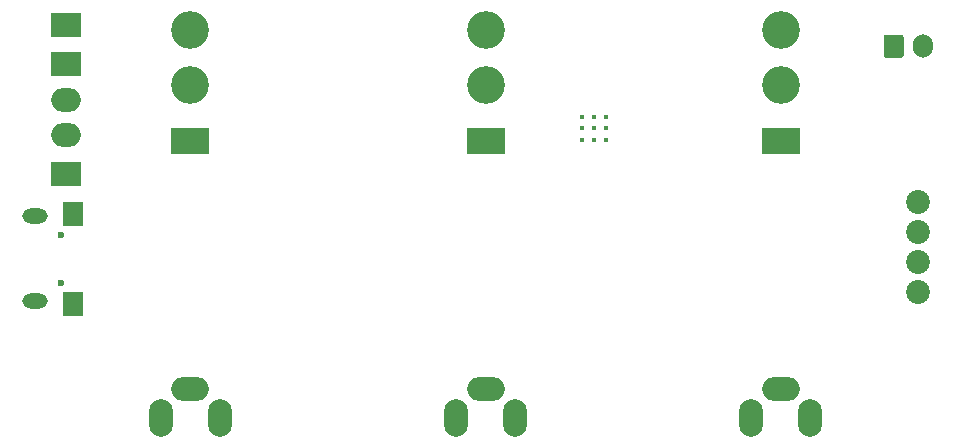
<source format=gbr>
G04 #@! TF.GenerationSoftware,KiCad,Pcbnew,(5.1.9-0-10_14)*
G04 #@! TF.CreationDate,2021-03-02T11:33:06+01:00*
G04 #@! TF.ProjectId,ledTruck,6c656454-7275-4636-9b2e-6b696361645f,rev?*
G04 #@! TF.SameCoordinates,Original*
G04 #@! TF.FileFunction,Soldermask,Bot*
G04 #@! TF.FilePolarity,Negative*
%FSLAX46Y46*%
G04 Gerber Fmt 4.6, Leading zero omitted, Abs format (unit mm)*
G04 Created by KiCad (PCBNEW (5.1.9-0-10_14)) date 2021-03-02 11:33:06*
%MOMM*%
%LPD*%
G01*
G04 APERTURE LIST*
%ADD10R,2.500000X2.000000*%
%ADD11O,2.500000X2.000000*%
%ADD12C,0.400000*%
%ADD13O,2.000000X3.200000*%
%ADD14O,3.200000X2.000000*%
%ADD15O,1.700000X2.000000*%
%ADD16C,2.020000*%
%ADD17C,0.600000*%
%ADD18O,2.150000X1.300000*%
%ADD19R,1.800000X2.000000*%
%ADD20C,3.200000*%
%ADD21R,3.200000X2.300000*%
G04 APERTURE END LIST*
D10*
X109474000Y-88812000D03*
X109474000Y-76212000D03*
D11*
X109474000Y-85512000D03*
X109474000Y-82512000D03*
D10*
X109474000Y-79512000D03*
D12*
X155190000Y-83962000D03*
X155190000Y-84962000D03*
X155190000Y-85962000D03*
X154190000Y-83962000D03*
X154190000Y-84962000D03*
X154190000Y-85962000D03*
X153190000Y-83962000D03*
X153190000Y-84962000D03*
X153190000Y-85962000D03*
D13*
X172534000Y-109512000D03*
X167534000Y-109512000D03*
D14*
X170034000Y-107012000D03*
D13*
X147534000Y-109512000D03*
X142534000Y-109512000D03*
D14*
X145034000Y-107012000D03*
D13*
X122534000Y-109512000D03*
X117534000Y-109512000D03*
D14*
X120034000Y-107012000D03*
D15*
X182078000Y-78012000D03*
G36*
G01*
X178728000Y-78762000D02*
X178728000Y-77262000D01*
G75*
G02*
X178978000Y-77012000I250000J0D01*
G01*
X180178000Y-77012000D01*
G75*
G02*
X180428000Y-77262000I0J-250000D01*
G01*
X180428000Y-78762000D01*
G75*
G02*
X180178000Y-79012000I-250000J0D01*
G01*
X178978000Y-79012000D01*
G75*
G02*
X178728000Y-78762000I0J250000D01*
G01*
G37*
D16*
X181620160Y-91183460D03*
X181620160Y-93723460D03*
X181620160Y-96263460D03*
X181620160Y-98803460D03*
D17*
X109071300Y-98004380D03*
X109071300Y-94004380D03*
D18*
X106921300Y-99604380D03*
D19*
X110081300Y-99804380D03*
D18*
X106921300Y-92404380D03*
D19*
X110081300Y-92204380D03*
D20*
X120034000Y-76612000D03*
X120034000Y-81312000D03*
D21*
X120034000Y-86012000D03*
D20*
X145034000Y-76612000D03*
X145034000Y-81312000D03*
D21*
X145034000Y-86012000D03*
D20*
X170034000Y-76612000D03*
X170034000Y-81312000D03*
D21*
X170034000Y-86012000D03*
M02*

</source>
